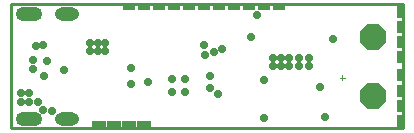
<source format=gbs>
G04*
G04 #@! TF.GenerationSoftware,Altium Limited,Altium Designer,18.1.7 (191)*
G04*
G04 Layer_Color=16711935*
%FSLAX25Y25*%
%MOIN*%
G70*
G01*
G75*
%ADD12C,0.01000*%
%ADD15C,0.00004*%
%ADD16C,0.00394*%
%ADD49R,0.03937X0.01968*%
%ADD50R,0.01968X0.03937*%
%ADD51R,0.04737X0.02769*%
%ADD52C,0.00100*%
%ADD53P,0.09389X8X292.5*%
%ADD54O,0.08083X0.04442*%
%ADD55O,0.08871X0.04835*%
%ADD56C,0.02769*%
D12*
X158799Y14252D02*
Y55512D01*
X28373Y14173D02*
X158720D01*
X28400Y55512D02*
X158799D01*
X28400Y14200D02*
Y55512D01*
D15*
X49815Y17181D02*
G03*
X48929Y18067I-886J0D01*
G01*
Y16295D02*
G03*
X49815Y17181I0J886D01*
G01*
X44106D02*
G03*
X44992Y16295I886J0D01*
G01*
Y18067D02*
G03*
X44106Y17181I0J-886D01*
G01*
X49815Y52220D02*
G03*
X48929Y53106I-886J0D01*
G01*
Y51335D02*
G03*
X49815Y52220I0J886D01*
G01*
X44106D02*
G03*
X44992Y51335I886J0D01*
G01*
Y53106D02*
G03*
X44106Y52220I0J-886D01*
G01*
X37610Y17181D02*
G03*
X36724Y18067I-886J0D01*
G01*
Y16295D02*
G03*
X37610Y17181I0J886D01*
G01*
X31114D02*
G03*
X32000Y16295I886J0D01*
G01*
Y18067D02*
G03*
X31114Y17181I0J-886D01*
G01*
X37610Y52220D02*
G03*
X36724Y53106I-886J0D01*
G01*
Y51335D02*
G03*
X37610Y52220I0J886D01*
G01*
X31114D02*
G03*
X32000Y51335I886J0D01*
G01*
Y53106D02*
G03*
X31114Y52220I0J-886D01*
G01*
X44992Y16295D02*
X48929D01*
X44992Y18067D02*
X48929D01*
X44992Y51335D02*
X48929D01*
X44992Y53106D02*
X48929D01*
X32000Y16295D02*
X36724D01*
X32000Y18067D02*
X36724D01*
X32000Y51335D02*
X36724D01*
X32000Y53106D02*
X36724D01*
D16*
X137913Y31009D02*
X139487D01*
X138700Y30221D02*
Y31796D01*
D49*
X102580Y54516D02*
D03*
X107600Y54516D02*
D03*
X117639D02*
D03*
X112620Y54516D02*
D03*
X92541Y54516D02*
D03*
X97561Y54516D02*
D03*
X87521D02*
D03*
X82502Y54516D02*
D03*
X72462D02*
D03*
X77482Y54516D02*
D03*
X67443D02*
D03*
D50*
X157815Y26772D02*
D03*
X157815Y31791D02*
D03*
X157815Y21752D02*
D03*
X157815Y16732D02*
D03*
X157816Y48020D02*
D03*
X157816Y53039D02*
D03*
X157816Y43000D02*
D03*
X157816Y37980D02*
D03*
D51*
X57461Y15157D02*
D03*
X62480D02*
D03*
X72520D02*
D03*
X67500D02*
D03*
D52*
X102580Y55500D02*
D03*
X107600D02*
D03*
X117639D02*
D03*
X112620D02*
D03*
X92541D02*
D03*
X97561D02*
D03*
X87521D02*
D03*
X82502D02*
D03*
X72462D02*
D03*
X77482D02*
D03*
X67443D02*
D03*
X158799Y26772D02*
D03*
Y31791D02*
D03*
Y21752D02*
D03*
Y16732D02*
D03*
X158800Y48020D02*
D03*
Y53039D02*
D03*
Y43000D02*
D03*
Y37980D02*
D03*
X57461Y14173D02*
D03*
X62480D02*
D03*
X72520D02*
D03*
X67500D02*
D03*
D53*
X148917Y44623D02*
D03*
Y24938D02*
D03*
D54*
X46961Y17181D02*
D03*
Y52220D02*
D03*
D55*
X34362Y17181D02*
D03*
Y52220D02*
D03*
D56*
X132800Y17800D02*
D03*
X110407Y51950D02*
D03*
X39037Y20165D02*
D03*
X34362Y22933D02*
D03*
X31594Y23031D02*
D03*
Y25799D02*
D03*
X34350Y25787D02*
D03*
X42028Y20079D02*
D03*
X37402Y22835D02*
D03*
X73819Y29528D02*
D03*
X68405Y28839D02*
D03*
X86221Y26378D02*
D03*
X81890D02*
D03*
X86221Y30709D02*
D03*
X81890D02*
D03*
X35473Y36812D02*
D03*
X35528Y34100D02*
D03*
X59543Y40005D02*
D03*
Y42466D02*
D03*
X57123Y39951D02*
D03*
Y42512D02*
D03*
X36614Y41732D02*
D03*
X39016Y41929D02*
D03*
X40398Y36669D02*
D03*
X45921Y33716D02*
D03*
X39370Y31496D02*
D03*
X54425Y40106D02*
D03*
Y42569D02*
D03*
X120866Y37626D02*
D03*
Y34941D02*
D03*
X124311Y34990D02*
D03*
X124409Y37555D02*
D03*
X127488D02*
D03*
Y34941D02*
D03*
X115453D02*
D03*
Y37626D02*
D03*
X118110Y34941D02*
D03*
Y37654D02*
D03*
X112697Y30315D02*
D03*
X135630Y43898D02*
D03*
X92520Y41929D02*
D03*
X131398Y28051D02*
D03*
X112697Y17717D02*
D03*
X68307Y34350D02*
D03*
X108169Y44587D02*
D03*
X92815Y38465D02*
D03*
X95965Y39469D02*
D03*
X98528Y40652D02*
D03*
X97342Y25591D02*
D03*
X94488Y27559D02*
D03*
X94587Y31496D02*
D03*
M02*

</source>
